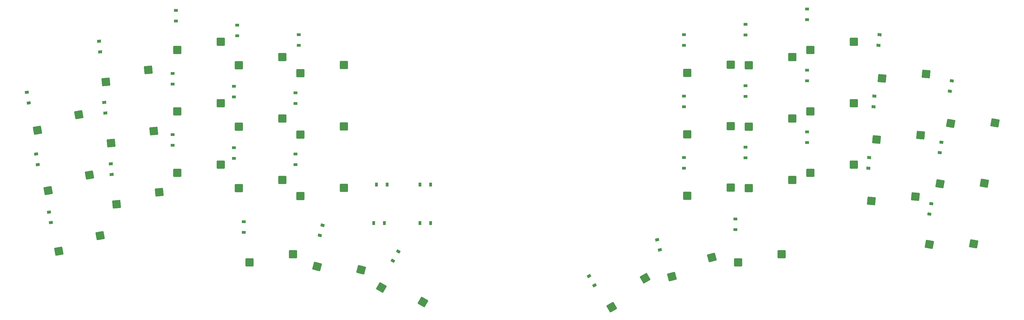
<source format=gbr>
%TF.GenerationSoftware,KiCad,Pcbnew,7.0.7-7.0.7~ubuntu22.04.1*%
%TF.CreationDate,2023-09-08T11:00:04+02:00*%
%TF.ProjectId,abomination,61626f6d-696e-4617-9469-6f6e2e6b6963,rev?*%
%TF.SameCoordinates,Original*%
%TF.FileFunction,Paste,Bot*%
%TF.FilePolarity,Positive*%
%FSLAX46Y46*%
G04 Gerber Fmt 4.6, Leading zero omitted, Abs format (unit mm)*
G04 Created by KiCad (PCBNEW 7.0.7-7.0.7~ubuntu22.04.1) date 2023-09-08 11:00:04*
%MOMM*%
%LPD*%
G01*
G04 APERTURE LIST*
G04 Aperture macros list*
%AMRoundRect*
0 Rectangle with rounded corners*
0 $1 Rounding radius*
0 $2 $3 $4 $5 $6 $7 $8 $9 X,Y pos of 4 corners*
0 Add a 4 corners polygon primitive as box body*
4,1,4,$2,$3,$4,$5,$6,$7,$8,$9,$2,$3,0*
0 Add four circle primitives for the rounded corners*
1,1,$1+$1,$2,$3*
1,1,$1+$1,$4,$5*
1,1,$1+$1,$6,$7*
1,1,$1+$1,$8,$9*
0 Add four rect primitives between the rounded corners*
20,1,$1+$1,$2,$3,$4,$5,0*
20,1,$1+$1,$4,$5,$6,$7,0*
20,1,$1+$1,$6,$7,$8,$9,0*
20,1,$1+$1,$8,$9,$2,$3,0*%
%AMRotRect*
0 Rectangle, with rotation*
0 The origin of the aperture is its center*
0 $1 length*
0 $2 width*
0 $3 Rotation angle, in degrees counterclockwise*
0 Add horizontal line*
21,1,$1,$2,0,0,$3*%
G04 Aperture macros list end*
%ADD10RoundRect,0.250000X1.025000X1.000000X-1.025000X1.000000X-1.025000X-1.000000X1.025000X-1.000000X0*%
%ADD11RoundRect,0.250000X0.835780X1.162797X-1.183076X0.806818X-0.835780X-1.162797X1.183076X-0.806818X0*%
%ADD12RoundRect,0.250000X0.731255X1.231215X-1.248893X0.700636X-0.731255X-1.231215X1.248893X-0.700636X0*%
%ADD13RoundRect,0.250000X1.183076X0.806818X-0.835780X1.162797X-1.183076X-0.806818X0.835780X-1.162797X0*%
%ADD14RoundRect,0.250000X1.108255X0.906860X-0.933944X1.085529X-1.108255X-0.906860X0.933944X-1.085529X0*%
%ADD15RoundRect,0.250000X1.248893X0.700636X-0.731255X1.231215X-1.248893X-0.700636X0.731255X-1.231215X0*%
%ADD16RoundRect,0.250000X0.933944X1.085529X-1.108255X0.906860X-0.933944X-1.085529X1.108255X-0.906860X0*%
%ADD17RoundRect,0.250000X0.387676X1.378525X-1.387676X0.353525X-0.387676X-1.378525X1.387676X-0.353525X0*%
%ADD18RoundRect,0.250000X1.387676X0.353525X-0.387676X1.378525X-1.387676X-0.353525X0.387676X-1.378525X0*%
%ADD19R,1.200000X0.900000*%
%ADD20RotRect,0.900000X1.200000X285.000000*%
%ADD21RotRect,0.900000X1.200000X260.000000*%
%ADD22R,0.900000X1.200000*%
%ADD23RotRect,0.900000X1.200000X275.000000*%
%ADD24RotRect,0.900000X1.200000X265.000000*%
%ADD25RotRect,0.900000X1.200000X255.000000*%
%ADD26RotRect,0.900000X1.200000X280.000000*%
%ADD27RotRect,0.900000X1.200000X240.000000*%
%ADD28RotRect,0.900000X1.200000X300.000000*%
G04 APERTURE END LIST*
D10*
%TO.C,SW3*%
X99555501Y-69267298D03*
X86105501Y-71807298D03*
%TD*%
D11*
%TO.C,SW1*%
X55620754Y-91804658D03*
X42816157Y-96641638D03*
%TD*%
D10*
%TO.C,SW10*%
X137655501Y-95442298D03*
X124205501Y-97982298D03*
%TD*%
%TO.C,SW29*%
X276405000Y-93066801D03*
X262955000Y-95606801D03*
%TD*%
D11*
%TO.C,SW13*%
X62236749Y-129325836D03*
X49432152Y-134162816D03*
%TD*%
D10*
%TO.C,SW9*%
X118605502Y-93067297D03*
X105155502Y-95607297D03*
%TD*%
D12*
%TO.C,SW39*%
X251511617Y-136125343D03*
X239177315Y-142059911D03*
%TD*%
D10*
%TO.C,SW15*%
X99555502Y-107367298D03*
X86105502Y-109907298D03*
%TD*%
D13*
%TO.C,SW27*%
X339166123Y-94360264D03*
X325479392Y-94526108D03*
%TD*%
D14*
%TO.C,SW31*%
X316155304Y-98227112D03*
X302535110Y-99585202D03*
%TD*%
D10*
%TO.C,SW24*%
X276405000Y-74016800D03*
X262955000Y-76556800D03*
%TD*%
%TO.C,SW8*%
X99555503Y-88317298D03*
X86105503Y-90857298D03*
%TD*%
%TO.C,SW40*%
X273105003Y-135116801D03*
X259655003Y-137656801D03*
%TD*%
%TO.C,SW28*%
X257355000Y-95441802D03*
X243905000Y-97981802D03*
%TD*%
D14*
%TO.C,SW36*%
X314494985Y-117204619D03*
X300874791Y-118562709D03*
%TD*%
D13*
%TO.C,SW32*%
X335858125Y-113120851D03*
X322171394Y-113286695D03*
%TD*%
D15*
%TO.C,SW21*%
X142997314Y-139935659D03*
X129348211Y-138907994D03*
%TD*%
D16*
%TO.C,SW2*%
X77138870Y-77967167D03*
X63961426Y-81669747D03*
%TD*%
D17*
%TO.C,SW38*%
X230888948Y-142596506D03*
X220510906Y-151521210D03*
%TD*%
D10*
%TO.C,SW16*%
X118605502Y-112117298D03*
X105155502Y-114657298D03*
%TD*%
%TO.C,SW17*%
X137655501Y-114492298D03*
X124205501Y-117032298D03*
%TD*%
%TO.C,SW35*%
X295455000Y-107366801D03*
X282005000Y-109906801D03*
%TD*%
%TO.C,SW23*%
X257355000Y-76391800D03*
X243905000Y-78931800D03*
%TD*%
%TO.C,SW20*%
X121905502Y-135117297D03*
X108455502Y-137657297D03*
%TD*%
D18*
%TO.C,SW22*%
X162149448Y-149957004D03*
X149231406Y-145431708D03*
%TD*%
D10*
%TO.C,SW33*%
X257355003Y-114491802D03*
X243905003Y-117031802D03*
%TD*%
D16*
%TO.C,SW7*%
X78799188Y-96944676D03*
X65621744Y-100647256D03*
%TD*%
D14*
%TO.C,SW26*%
X317815621Y-79249602D03*
X304195427Y-80607692D03*
%TD*%
D10*
%TO.C,SW5*%
X137655503Y-76392298D03*
X124205503Y-78932298D03*
%TD*%
%TO.C,SW34*%
X276405002Y-112116801D03*
X262955002Y-114656801D03*
%TD*%
D13*
%TO.C,SW37*%
X332550127Y-131881440D03*
X318863396Y-132047284D03*
%TD*%
D10*
%TO.C,SW25*%
X295455002Y-69266800D03*
X282005002Y-71806800D03*
%TD*%
%TO.C,SW30*%
X295455000Y-88316800D03*
X282005000Y-90856800D03*
%TD*%
%TO.C,SW4*%
X118605500Y-74017299D03*
X105155500Y-76557299D03*
%TD*%
D16*
%TO.C,SW14*%
X80459506Y-115922185D03*
X67282062Y-119624765D03*
%TD*%
D11*
%TO.C,SW6*%
X58928751Y-110565247D03*
X46124154Y-115402227D03*
%TD*%
D19*
%TO.C,D9*%
X103645502Y-83052298D03*
X103645502Y-86352298D03*
%TD*%
D20*
%TO.C,D39*%
X234568451Y-130583522D03*
X235422553Y-133771078D03*
%TD*%
D19*
%TO.C,D29*%
X261983002Y-82902301D03*
X261983002Y-86202301D03*
%TD*%
%TO.C,D17*%
X122645503Y-104052298D03*
X122645503Y-107352298D03*
%TD*%
D21*
%TO.C,D27*%
X325769522Y-81339869D03*
X325196484Y-84589735D03*
%TD*%
D22*
%TO.C,D18*%
X150193002Y-125439198D03*
X146893002Y-125439198D03*
%TD*%
D19*
%TO.C,D34*%
X261983000Y-101952301D03*
X261983000Y-105252301D03*
%TD*%
D23*
%TO.C,D14*%
X65501695Y-107058577D03*
X65789309Y-110346019D03*
%TD*%
D19*
%TO.C,D24*%
X261983002Y-63852300D03*
X261983002Y-67152300D03*
%TD*%
D22*
%TO.C,D12*%
X161179601Y-113533697D03*
X164479601Y-113533697D03*
%TD*%
D24*
%TO.C,D26*%
X303401811Y-67033579D03*
X303114197Y-70321021D03*
%TD*%
D25*
%TO.C,D21*%
X131072554Y-126108519D03*
X130218452Y-129296075D03*
%TD*%
D23*
%TO.C,D2*%
X61889195Y-69058577D03*
X62176809Y-72346019D03*
%TD*%
D19*
%TO.C,D4*%
X104645500Y-64052299D03*
X104645500Y-67352299D03*
%TD*%
%TO.C,D25*%
X281033002Y-59089803D03*
X281033002Y-62389803D03*
%TD*%
%TO.C,D20*%
X106645502Y-125052298D03*
X106645502Y-128352298D03*
%TD*%
%TO.C,D10*%
X122645501Y-85052298D03*
X122645501Y-88352298D03*
%TD*%
%TO.C,D35*%
X281033003Y-97189801D03*
X281033003Y-100489801D03*
%TD*%
D26*
%TO.C,D6*%
X42358983Y-104077366D03*
X42932021Y-107327232D03*
%TD*%
D19*
%TO.C,D23*%
X242933003Y-67027301D03*
X242933003Y-70327301D03*
%TD*%
%TO.C,D28*%
X242933005Y-86077299D03*
X242933005Y-89377299D03*
%TD*%
%TO.C,D3*%
X85645501Y-59502299D03*
X85645501Y-62802299D03*
%TD*%
D22*
%TO.C,D19*%
X161179603Y-125439197D03*
X164479603Y-125439197D03*
%TD*%
D24*
%TO.C,D36*%
X300226810Y-105133578D03*
X299939196Y-108421020D03*
%TD*%
D19*
%TO.C,D15*%
X84645502Y-98052301D03*
X84645502Y-101352301D03*
%TD*%
D21*
%TO.C,D32*%
X322594522Y-100389865D03*
X322021484Y-103639731D03*
%TD*%
D22*
%TO.C,D11*%
X150986700Y-113533698D03*
X147686700Y-113533698D03*
%TD*%
D19*
%TO.C,D16*%
X103645502Y-102052298D03*
X103645502Y-105352298D03*
%TD*%
%TO.C,D8*%
X84645503Y-79052299D03*
X84645503Y-82352299D03*
%TD*%
%TO.C,D40*%
X258808003Y-124177303D03*
X258808003Y-127477303D03*
%TD*%
%TO.C,D33*%
X242933004Y-105127302D03*
X242933004Y-108427302D03*
%TD*%
D23*
%TO.C,D7*%
X63501693Y-88058577D03*
X63789307Y-91346019D03*
%TD*%
D26*
%TO.C,D1*%
X39521483Y-84927365D03*
X40094521Y-88177231D03*
%TD*%
D19*
%TO.C,D30*%
X281033003Y-78077302D03*
X281033003Y-81377302D03*
%TD*%
D27*
%TO.C,D22*%
X154470502Y-134273357D03*
X152820502Y-137131241D03*
%TD*%
D21*
%TO.C,D37*%
X319419519Y-119439867D03*
X318846481Y-122689733D03*
%TD*%
D19*
%TO.C,D5*%
X123645502Y-67052296D03*
X123645502Y-70352296D03*
%TD*%
D24*
%TO.C,D31*%
X301814310Y-86083580D03*
X301526696Y-89371022D03*
%TD*%
D28*
%TO.C,D38*%
X213533002Y-141860859D03*
X215183002Y-144718743D03*
%TD*%
D26*
%TO.C,D13*%
X46358982Y-122077366D03*
X46932020Y-125327232D03*
%TD*%
M02*

</source>
